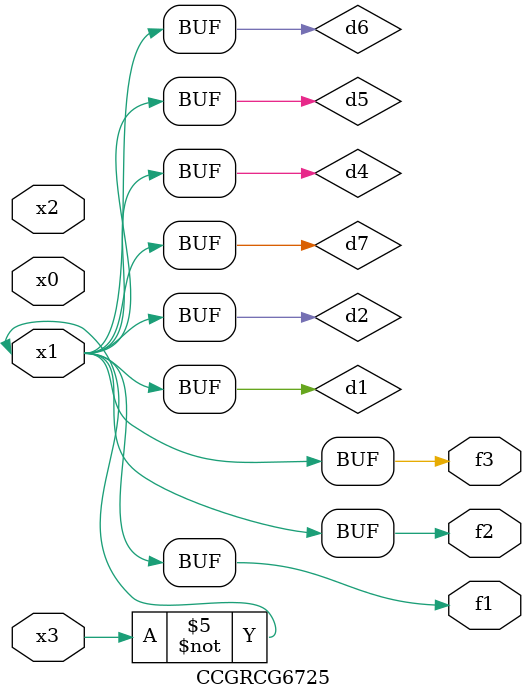
<source format=v>
module CCGRCG6725(
	input x0, x1, x2, x3,
	output f1, f2, f3
);

	wire d1, d2, d3, d4, d5, d6, d7;

	not (d1, x3);
	buf (d2, x1);
	xnor (d3, d1, d2);
	nor (d4, d1);
	buf (d5, d1, d2);
	buf (d6, d4, d5);
	nand (d7, d4);
	assign f1 = d6;
	assign f2 = d7;
	assign f3 = d6;
endmodule

</source>
